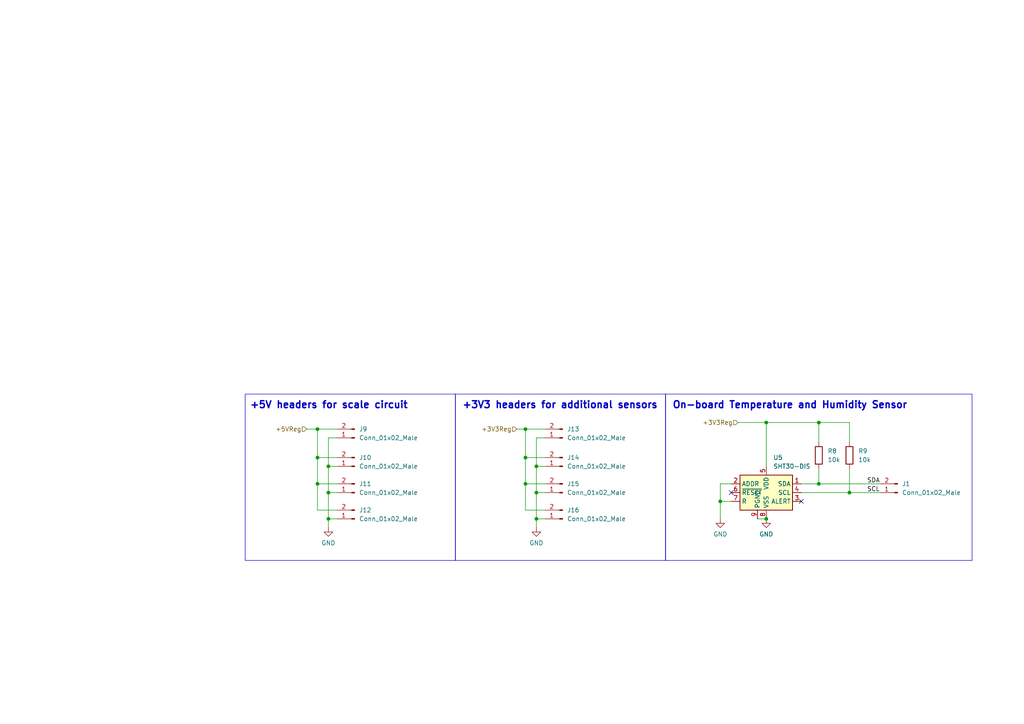
<source format=kicad_sch>
(kicad_sch (version 20230121) (generator eeschema)
  (paper "A4")
  (title_block (date "2023-04-13") (rev "V1") (company "University of Cape Town") (comment 1 "Author: Sarah Tallack"))
  (lib_symbols
    (symbol "Connector:Conn_01x02_Male" (pin_names (offset 1.016) hide)
      (property "Reference" "J" (at 0 2.54 0))
      (property "Value" "Conn_01x02_Male" (at 0 -5.08 0))
      (symbol "Conn_01x02_Male_1_1"
        (polyline (pts (xy 1.27 -2.54) (xy 0.8636 -2.54)) (stroke (width 0.1524)))
        (polyline (pts (xy 1.27 0) (xy 0.8636 0)) (stroke (width 0.1524)))
        (rectangle (start 0.8636 -2.413) (end 0 -2.667) (stroke (width 0.1524)) (fill (type outline)))
        (rectangle (start 0.8636 0.127) (end 0 -0.127) (stroke (width 0.1524)) (fill (type outline)))
        (pin passive line (at 5.08 0 180) (length 3.81) (name "Pin_1") (number "1"))
        (pin passive line (at 5.08 -2.54 180) (length 3.81) (name "Pin_2") (number "2"))
      )
    )
    (symbol "Device:R" (pin_numbers hide) (pin_names (offset 0))
      (property "Reference" "R" (at 2.032 0 90))
      (property "Value" "R" (at 0 0 90))
      (symbol "R_0_1"
        (rectangle (start -1.016 -2.54) (end 1.016 2.54) (stroke (width 0.254)))
      )
      (symbol "R_1_1"
        (pin passive line (at 0 3.81 270) (length 1.27) (name "~") (number "1"))
        (pin passive line (at 0 -3.81 90) (length 1.27) (name "~") (number "2"))
      )
    )
    (symbol "SarahLib:SHT30-DIS"
      (property "Reference" "U5" (at 2.0194 10.16 0))
      (property "Value" "SHT30-DIS" (at 2.0194 7.62 0))
      (symbol "SHT30-DIS_0_1"
        (rectangle (start -7.62 5.08) (end 7.62 -5.08) (stroke (width 0.254)) (fill (type background)))
      )
      (symbol "SHT30-DIS_1_1"
        (pin bidirectional line (at 10.16 2.54 180) (length 2.54) (name "SDA") (number "1"))
        (pin input line (at -10.16 2.54 0) (length 2.54) (name "ADDR") (number "2"))
        (pin output line (at 10.16 -2.54 180) (length 2.54) (name "ALERT") (number "3"))
        (pin input line (at 10.16 0 180) (length 2.54) (name "SCL") (number "4"))
        (pin power_in line (at 0 7.62 270) (length 2.54) (name "VDD") (number "5"))
        (pin input line (at -10.16 0 0) (length 2.54) (name "~{RESET}") (number "6"))
        (pin passive line (at -10.16 -2.54 0) (length 2.54) (name "R") (number "7"))
        (pin power_in line (at 0 -7.62 90) (length 2.54) (name "VSS") (number "8"))
        (pin passive line (at -2.54 -7.62 90) (length 2.54) (name "PGND") (number "9"))
      )
    )
    (symbol "power:GND" (power) (pin_names (offset 0))
      (property "Value" "GND" (at 0 -3.81 0))
      (symbol "GND_0_1"
        (polyline (pts (xy 0 0) (xy 0 -1.27) (xy 1.27 -1.27) (xy 0 -2.54) (xy -1.27 -1.27) (xy 0 -1.27)))
      )
      (symbol "GND_1_1"
        (pin power_in line (at 0 0 270) (length 0) hide (name "GND") (number "1"))
      )
    )
  )
  (junction (at 237.49 140.335))
  (junction (at 246.38 142.875))
  (junction (at 92.075 140.335))
  (junction (at 155.575 142.875))
  (junction (at 222.25 150.495))
  (junction (at 95.25 150.495))
  (junction (at 152.4 132.715))
  (junction (at 95.25 142.875))
  (junction (at 155.575 150.495))
  (junction (at 92.075 124.46))
  (junction (at 237.49 122.555))
  (junction (at 95.25 135.255))
  (junction (at 152.4 140.335))
  (junction (at 222.25 122.555))
  (junction (at 152.4 124.46))
  (junction (at 208.915 145.415))
  (junction (at 92.075 132.715))
  (junction (at 155.575 135.255))
  (no_connect (at 212.09 142.875))
  (no_connect (at 232.41 145.415))
  (wire (pts (xy 95.25 142.875) (xy 95.25 150.495)))
  (wire (pts (xy 95.25 150.495) (xy 97.79 150.495)))
  (wire (pts (xy 152.4 132.715) (xy 152.4 124.46)))
  (wire (pts (xy 208.915 140.335) (xy 212.09 140.335)))
  (wire (pts (xy 222.25 122.555) (xy 237.49 122.555)))
  (wire (pts (xy 149.86 124.46) (xy 152.4 124.46)))
  (wire (pts (xy 208.915 150.495) (xy 208.915 145.415)))
  (wire (pts (xy 237.49 122.555) (xy 237.49 128.27)))
  (wire (pts (xy 237.49 140.335) (xy 255.27 140.335)))
  (wire (pts (xy 152.4 124.46) (xy 158.115 124.46)))
  (wire (pts (xy 152.4 147.955) (xy 152.4 140.335)))
  (wire (pts (xy 158.115 127) (xy 155.575 127)))
  (wire (pts (xy 92.075 132.715) (xy 92.075 124.46)))
  (wire (pts (xy 208.915 145.415) (xy 208.915 140.335)))
  (wire (pts (xy 155.575 135.255) (xy 155.575 142.875)))
  (wire (pts (xy 155.575 153.035) (xy 155.575 150.495)))
  (wire (pts (xy 158.115 147.955) (xy 152.4 147.955)))
  (wire (pts (xy 152.4 140.335) (xy 152.4 132.715)))
  (wire (pts (xy 155.575 150.495) (xy 158.115 150.495)))
  (wire (pts (xy 246.38 142.875) (xy 232.41 142.875)))
  (wire (pts (xy 208.915 145.415) (xy 212.09 145.415)))
  (wire (pts (xy 246.38 122.555) (xy 237.49 122.555)))
  (wire (pts (xy 92.075 124.46) (xy 97.79 124.46)))
  (wire (pts (xy 219.71 150.495) (xy 222.25 150.495)))
  (wire (pts (xy 232.41 140.335) (xy 237.49 140.335)))
  (wire (pts (xy 95.25 135.255) (xy 95.25 142.875)))
  (wire (pts (xy 246.38 128.27) (xy 246.38 122.555)))
  (wire (pts (xy 222.25 135.255) (xy 222.25 122.555)))
  (wire (pts (xy 97.79 127) (xy 95.25 127)))
  (wire (pts (xy 237.49 135.89) (xy 237.49 140.335)))
  (wire (pts (xy 95.25 142.875) (xy 97.79 142.875)))
  (wire (pts (xy 246.38 135.89) (xy 246.38 142.875)))
  (wire (pts (xy 95.25 135.255) (xy 97.79 135.255)))
  (wire (pts (xy 92.075 140.335) (xy 92.075 132.715)))
  (wire (pts (xy 158.115 140.335) (xy 152.4 140.335)))
  (wire (pts (xy 155.575 142.875) (xy 155.575 150.495)))
  (wire (pts (xy 97.79 147.955) (xy 92.075 147.955)))
  (wire (pts (xy 155.575 135.255) (xy 158.115 135.255)))
  (wire (pts (xy 158.115 132.715) (xy 152.4 132.715)))
  (wire (pts (xy 95.25 127) (xy 95.25 135.255)))
  (wire (pts (xy 92.075 147.955) (xy 92.075 140.335)))
  (wire (pts (xy 246.38 142.875) (xy 255.27 142.875)))
  (wire (pts (xy 88.9 124.46) (xy 92.075 124.46)))
  (wire (pts (xy 155.575 127) (xy 155.575 135.255)))
  (wire (pts (xy 95.25 153.035) (xy 95.25 150.495)))
  (wire (pts (xy 222.25 122.555) (xy 213.995 122.555)))
  (wire (pts (xy 97.79 132.715) (xy 92.075 132.715)))
  (wire (pts (xy 155.575 142.875) (xy 158.115 142.875)))
  (wire (pts (xy 97.79 140.335) (xy 92.075 140.335)))
  (rectangle (start 132.08 114.3) (end 193.04 162.56))
  (rectangle (start 193.04 114.3) (end 281.94 162.56))
  (rectangle (start 71.12 114.3) (end 132.08 162.56))
  (text "On-board Temperature and Humidity Sensor" (at 194.945 118.745 0) (effects (font (size 2 2) (thickness 0.4) bold) (justify left bottom)))
  (text "+3V3 headers for additional sensors" (at 133.985 118.745 0) (effects (font (size 2 2) (thickness 0.4) bold) (justify left bottom)))
  (text "+5V headers for scale circuit\n" (at 72.39 118.745 0) (effects (font (size 2 2) (thickness 0.4) bold) (justify left bottom)))
  (label "SCL" (at 251.46 142.875 0))
  (label "SDA" (at 251.46 140.335 0))
  (hierarchical_label "+3V3Reg" (shape input) (at 149.86 124.46 180))
  (hierarchical_label "+3V3Reg" (shape input) (at 213.995 122.555 180))
  (hierarchical_label "+5VReg" (shape input) (at 88.9 124.46 180))
  (symbol (lib_id "power:GND") (at 222.25 150.495 0) (unit 1)
    (property "Reference" "#PWR012" (effects hide))
    (property "Value" "GND" (at 222.25 154.94 0))
  )
  (symbol (lib_id "SarahLib:SHT30-DIS") (at 222.25 142.875 0) (unit 1)
    (property "Reference" "U5" (at 224.2694 132.715 0) (effects (justify left)))
    (property "Value" "SHT30-DIS" (at 224.2694 135.255 0) (effects (justify left)))
    (property "Footprint" "Sensor_Humidity:Sensirion_DFN-8-1EP_2.5x2.5mm_P0.5mm_EP1.1x1.7mm" (effects hide))
    (property "Datasheet" "https://datasheet.lcsc.com/lcsc/2106070104_Sensirion-SHT30-DIS-B10KS_C2687423.pdf" (effects hide))
    (property "Alt_LCSC" "C77361" (effects hide))
    (property "Extended" "1" (effects hide))
    (property "LCSC" "C2687423" (effects hide))
    (property "Price" "1.3917 " (effects hide))
    (property "Populate" "Yes" (effects hide))
  )
  (symbol (lib_id "Connector:Conn_01x02_Male") (at 102.87 127 180) (unit 1)
    (property "Reference" "J9" (at 104.14 124.4599 0) (effects (justify right)))
    (property "Value" "Conn_01x02_Male" (at 104.14 126.9999 0) (effects (justify right)))
    (property "Footprint" "Connector_PinHeader_2.54mm:PinHeader_1x02_P2.54mm_Vertical" (effects hide))
    (property "Populate" "No" (effects hide))
  )
  (symbol (lib_id "power:GND") (at 95.25 153.035 0) (unit 1)
    (property "Reference" "#PWR013" (effects hide))
    (property "Value" "GND" (at 95.25 157.48 0))
  )
  (symbol (lib_id "Device:R") (at 237.49 132.08 0) (unit 1)
    (property "Reference" "R8" (at 240.03 130.8099 0) (effects (justify left)))
    (property "Value" "10k" (at 240.03 133.3499 0) (effects (justify left)))
    (property "Footprint" "Resistor_SMD:R_0402_1005Metric" (effects hide))
    (property "Datasheet" "https://datasheet.lcsc.com/lcsc/2206010100_UNI-ROYAL-Uniroyal-Elec-0402WGF1002TCE_C25744.pdf" (effects hide))
    (property "Price" "0.0006" (effects hide))
    (property "Extended" "0" (effects hide))
    (property "LCSC" "C25744" (effects hide))
    (property "Populate" "Yes" (effects hide))
  )
  (symbol (lib_id "Connector:Conn_01x02_Male") (at 102.87 150.495 180) (unit 1)
    (property "Reference" "J12" (at 104.14 147.9549 0) (effects (justify right)))
    (property "Value" "Conn_01x02_Male" (at 104.14 150.4949 0) (effects (justify right)))
    (property "Footprint" "Connector_PinHeader_2.54mm:PinHeader_1x02_P2.54mm_Vertical" (effects hide))
    (property "Populate" "No" (effects hide))
  )
  (symbol (lib_id "Connector:Conn_01x02_Male") (at 163.195 127 180) (unit 1)
    (property "Reference" "J13" (at 164.465 124.4599 0) (effects (justify right)))
    (property "Value" "Conn_01x02_Male" (at 164.465 126.9999 0) (effects (justify right)))
    (property "Footprint" "Connector_PinHeader_2.54mm:PinHeader_1x02_P2.54mm_Vertical" (effects hide))
    (property "Populate" "No" (effects hide))
  )
  (symbol (lib_id "Connector:Conn_01x02_Male") (at 163.195 135.255 180) (unit 1)
    (property "Reference" "J14" (at 164.465 132.7149 0) (effects (justify right)))
    (property "Value" "Conn_01x02_Male" (at 164.465 135.2549 0) (effects (justify right)))
    (property "Footprint" "Connector_PinHeader_2.54mm:PinHeader_1x02_P2.54mm_Vertical" (effects hide))
    (property "Populate" "No" (effects hide))
  )
  (symbol (lib_id "Connector:Conn_01x02_Male") (at 102.87 142.875 180) (unit 1)
    (property "Reference" "J11" (at 104.14 140.3349 0) (effects (justify right)))
    (property "Value" "Conn_01x02_Male" (at 104.14 142.8749 0) (effects (justify right)))
    (property "Footprint" "Connector_PinHeader_2.54mm:PinHeader_1x02_P2.54mm_Vertical" (effects hide))
    (property "Populate" "No" (effects hide))
  )
  (symbol (lib_id "power:GND") (at 155.575 153.035 0) (unit 1)
    (property "Reference" "#PWR014" (effects hide))
    (property "Value" "GND" (at 155.575 157.48 0))
  )
  (symbol (lib_id "Connector:Conn_01x02_Male") (at 102.87 135.255 180) (unit 1)
    (property "Reference" "J10" (at 104.14 132.7149 0) (effects (justify right)))
    (property "Value" "Conn_01x02_Male" (at 104.14 135.2549 0) (effects (justify right)))
    (property "Footprint" "Connector_PinHeader_2.54mm:PinHeader_1x02_P2.54mm_Vertical" (effects hide))
    (property "Populate" "No" (effects hide))
  )
  (symbol (lib_id "Connector:Conn_01x02_Male") (at 163.195 150.495 180) (unit 1)
    (property "Reference" "J16" (at 164.465 147.9549 0) (effects (justify right)))
    (property "Value" "Conn_01x02_Male" (at 164.465 150.4949 0) (effects (justify right)))
    (property "Footprint" "Connector_PinHeader_2.54mm:PinHeader_1x02_P2.54mm_Vertical" (effects hide))
    (property "Populate" "No" (effects hide))
  )
  (symbol (lib_id "Device:R") (at 246.38 132.08 0) (unit 1)
    (property "Reference" "R9" (at 248.92 130.8099 0) (effects (justify left)))
    (property "Value" "10k" (at 248.92 133.3499 0) (effects (justify left)))
    (property "Footprint" "Resistor_SMD:R_0402_1005Metric" (effects hide))
    (property "Datasheet" "https://datasheet.lcsc.com/lcsc/2206010100_UNI-ROYAL-Uniroyal-Elec-0402WGF1002TCE_C25744.pdf" (effects hide))
    (property "Price" "0.0006" (effects hide))
    (property "Extended" "0" (effects hide))
    (property "LCSC" "C25744" (effects hide))
    (property "Populate" "Yes" (effects hide))
  )
  (symbol (lib_id "power:GND") (at 208.915 150.495 0) (unit 1)
    (property "Reference" "#PWR011" (effects hide))
    (property "Value" "GND" (at 208.915 154.94 0))
  )
  (symbol (lib_id "Connector:Conn_01x02_Male") (at 163.195 142.875 180) (unit 1)
    (property "Reference" "J15" (at 164.465 140.3349 0) (effects (justify right)))
    (property "Value" "Conn_01x02_Male" (at 164.465 142.8749 0) (effects (justify right)))
    (property "Footprint" "Connector_PinHeader_2.54mm:PinHeader_1x02_P2.54mm_Vertical" (effects hide))
    (property "Populate" "No" (effects hide))
  )
  (symbol (lib_id "Connector:Conn_01x02_Male") (at 260.35 142.875 180) (unit 1)
    (property "Reference" "J1" (at 261.62 140.3349 0) (effects (justify right)))
    (property "Value" "Conn_01x02_Male" (at 261.62 142.8749 0) (effects (justify right)))
    (property "Footprint" "Connector_PinHeader_2.54mm:PinHeader_1x02_P2.54mm_Vertical" (effects hide))
    (property "Populate" "No" (effects hide))
  )
)
</source>
